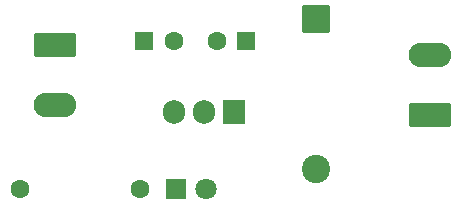
<source format=gbs>
G04 #@! TF.GenerationSoftware,KiCad,Pcbnew,9.0.7-1.fc43*
G04 #@! TF.CreationDate,2026-02-20T23:12:53+05:30*
G04 #@! TF.ProjectId,7805 voltage regulator,37383035-2076-46f6-9c74-616765207265,rev?*
G04 #@! TF.SameCoordinates,Original*
G04 #@! TF.FileFunction,Soldermask,Bot*
G04 #@! TF.FilePolarity,Negative*
%FSLAX46Y46*%
G04 Gerber Fmt 4.6, Leading zero omitted, Abs format (unit mm)*
G04 Created by KiCad (PCBNEW 9.0.7-1.fc43) date 2026-02-20 23:12:53*
%MOMM*%
%LPD*%
G01*
G04 APERTURE LIST*
G04 Aperture macros list*
%AMRoundRect*
0 Rectangle with rounded corners*
0 $1 Rounding radius*
0 $2 $3 $4 $5 $6 $7 $8 $9 X,Y pos of 4 corners*
0 Add a 4 corners polygon primitive as box body*
4,1,4,$2,$3,$4,$5,$6,$7,$8,$9,$2,$3,0*
0 Add four circle primitives for the rounded corners*
1,1,$1+$1,$2,$3*
1,1,$1+$1,$4,$5*
1,1,$1+$1,$6,$7*
1,1,$1+$1,$8,$9*
0 Add four rect primitives between the rounded corners*
20,1,$1+$1,$2,$3,$4,$5,0*
20,1,$1+$1,$4,$5,$6,$7,0*
20,1,$1+$1,$6,$7,$8,$9,0*
20,1,$1+$1,$8,$9,$2,$3,0*%
G04 Aperture macros list end*
%ADD10RoundRect,0.250001X-0.949999X0.949999X-0.949999X-0.949999X0.949999X-0.949999X0.949999X0.949999X0*%
%ADD11C,2.400000*%
%ADD12R,1.800000X1.800000*%
%ADD13C,1.800000*%
%ADD14RoundRect,0.249999X-1.550001X0.790001X-1.550001X-0.790001X1.550001X-0.790001X1.550001X0.790001X0*%
%ADD15O,3.600000X2.080000*%
%ADD16C,1.600000*%
%ADD17RoundRect,0.249999X1.550001X-0.790001X1.550001X0.790001X-1.550001X0.790001X-1.550001X-0.790001X0*%
%ADD18RoundRect,0.250000X0.550000X0.550000X-0.550000X0.550000X-0.550000X-0.550000X0.550000X-0.550000X0*%
%ADD19RoundRect,0.250000X-0.550000X-0.550000X0.550000X-0.550000X0.550000X0.550000X-0.550000X0.550000X0*%
%ADD20R,1.905000X2.000000*%
%ADD21O,1.905000X2.000000*%
G04 APERTURE END LIST*
D10*
G04 #@! TO.C,D2*
X125600000Y-91650000D03*
D11*
X125600000Y-104350000D03*
G04 #@! TD*
D12*
G04 #@! TO.C,D1*
X113760000Y-106000000D03*
D13*
X116300000Y-106000000D03*
G04 #@! TD*
D14*
G04 #@! TO.C,J2*
X103500000Y-93820000D03*
D15*
X103500000Y-98900000D03*
G04 #@! TD*
D16*
G04 #@! TO.C,R1*
X110760000Y-106000000D03*
X100600000Y-106000000D03*
G04 #@! TD*
D17*
G04 #@! TO.C,J1*
X135300000Y-99800000D03*
D15*
X135300000Y-94720000D03*
G04 #@! TD*
D18*
G04 #@! TO.C,C1*
X119705100Y-93500000D03*
D16*
X117205100Y-93500000D03*
G04 #@! TD*
D19*
G04 #@! TO.C,C2*
X111100000Y-93500000D03*
D16*
X113600000Y-93500000D03*
G04 #@! TD*
D20*
G04 #@! TO.C,U1*
X118700000Y-99500000D03*
D21*
X116160000Y-99500000D03*
X113620000Y-99500000D03*
G04 #@! TD*
M02*

</source>
